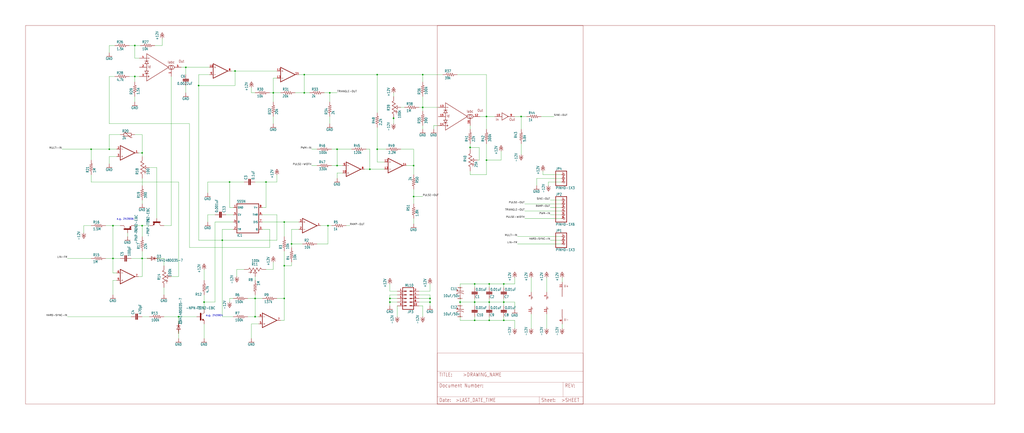
<source format=kicad_sch>
(kicad_sch (version 20211123) (generator eeschema)
  (paper "User" 713.74 302.311)
  (junction (at 124.46 220.98))
  (junction (at 351.155 223.52))
  (junction (at 330.835 198.12))
  (junction (at 142.24 210.82))
  (junction (at 299.72 210.82))
  (junction (at 294.64 74.93))
  (junction (at 99.06 180.34))
  (junction (at 198.12 154.94))
  (junction (at 160.02 127))
  (junction (at 257.81 118.11))
  (junction (at 339.09 81.28))
  (junction (at 212.09 52.07))
  (junction (at 271.78 210.82))
  (junction (at 76.2 104.14))
  (junction (at 185.42 127))
  (junction (at 99.06 106.68))
  (junction (at 340.995 210.82))
  (junction (at 299.72 208.28))
  (junction (at 271.78 208.28))
  (junction (at 198.12 185.42))
  (junction (at 274.32 82.55))
  (junction (at 262.89 52.07))
  (junction (at 262.89 104.14))
  (junction (at 198.12 208.28))
  (junction (at 288.29 137.16))
  (junction (at 228.6 157.48))
  (junction (at 320.675 210.82))
  (junction (at 78.74 157.48))
  (junction (at 351.155 198.12))
  (junction (at 288.29 115.57))
  (junction (at 327.66 102.87))
  (junction (at 203.2 170.18))
  (junction (at 78.74 180.34))
  (junction (at 190.5 64.77))
  (junction (at 93.98 53.34))
  (junction (at 234.95 104.14))
  (junction (at 330.835 210.82))
  (junction (at 129.54 46.99))
  (junction (at 234.95 115.57))
  (junction (at 177.8 208.28))
  (junction (at 351.155 210.82))
  (junction (at 177.8 220.98))
  (junction (at 63.5 104.14))
  (junction (at 294.64 52.07))
  (junction (at 340.995 198.12))
  (junction (at 229.87 64.77))
  (junction (at 154.94 167.64))
  (junction (at 340.995 223.52))
  (junction (at 99.06 157.48))
  (junction (at 93.98 31.75))
  (junction (at 363.22 81.28))
  (junction (at 163.83 49.53))
  (junction (at 138.43 59.69))
  (junction (at 212.09 64.77))
  (junction (at 330.835 223.52))
  (junction (at 339.09 111.76))
  (wire (pts (xy 220.98 115.57) (xy 217.17 115.57)))
  (wire (pts (xy 382.27 127) (xy 382.27 129.54)))
  (wire (pts (xy 294.64 57.15) (xy 294.64 52.07)))
  (wire (pts (xy 294.64 213.36) (xy 294.64 220.98)))
  (wire (pts (xy 229.87 86.36) (xy 229.87 81.28)))
  (wire (pts (xy 203.2 172.72) (xy 203.2 170.18)))
  (wire (pts (xy 177.8 205.74) (xy 177.8 208.28)))
  (wire (pts (xy 90.17 31.75) (xy 93.98 31.75)))
  (wire (pts (xy 83.82 180.34) (xy 78.74 180.34)))
  (wire (pts (xy 274.32 86.36) (xy 274.32 82.55)))
  (wire (pts (xy 149.86 154.94) (xy 162.56 154.94)))
  (wire (pts (xy 138.43 167.64) (xy 154.94 167.64)))
  (wire (pts (xy 378.46 121.92) (xy 378.46 119.38)))
  (wire (pts (xy 154.94 167.64) (xy 154.94 220.98)))
  (wire (pts (xy 76.2 104.14) (xy 81.28 104.14)))
  (wire (pts (xy 339.09 81.28) (xy 344.805 81.28)))
  (wire (pts (xy 104.14 116.84) (xy 109.22 116.84)))
  (wire (pts (xy 327.66 102.87) (xy 327.66 100.33)))
  (wire (pts (xy 299.72 205.74) (xy 292.1 205.74)))
  (wire (pts (xy 351.155 223.52) (xy 358.775 223.52)))
  (wire (pts (xy 172.72 220.98) (xy 177.8 220.98)))
  (wire (pts (xy 193.04 54.61) (xy 190.5 54.61)))
  (wire (pts (xy 63.5 127) (xy 124.46 127)))
  (wire (pts (xy 205.74 64.77) (xy 212.09 64.77)))
  (wire (pts (xy 320.675 210.82) (xy 330.835 210.82)))
  (wire (pts (xy 391.795 193.675) (xy 391.795 196.85)))
  (wire (pts (xy 351.155 210.82) (xy 351.155 208.28)))
  (wire (pts (xy 299.72 210.82) (xy 292.1 210.82)))
  (wire (pts (xy 63.5 104.14) (xy 76.2 104.14)))
  (wire (pts (xy 292.1 213.36) (xy 294.64 213.36)))
  (wire (pts (xy 99.06 157.48) (xy 99.06 165.1)))
  (wire (pts (xy 182.88 154.94) (xy 198.12 154.94)))
  (wire (pts (xy 144.78 154.94) (xy 144.78 149.86)))
  (wire (pts (xy 288.29 137.16) (xy 294.64 137.16)))
  (wire (pts (xy 190.5 187.96) (xy 190.5 182.88)))
  (wire (pts (xy 165.1 187.96) (xy 170.18 187.96)))
  (wire (pts (xy 391.16 165.1) (xy 360.68 165.1)))
  (wire (pts (xy 257.81 104.14) (xy 257.81 118.11)))
  (wire (pts (xy 78.74 180.34) (xy 78.74 157.48)))
  (wire (pts (xy 334.01 102.87) (xy 334.01 111.76)))
  (wire (pts (xy 162.56 160.02) (xy 154.94 160.02)))
  (wire (pts (xy 327.66 90.17) (xy 327.66 87.63)))
  (wire (pts (xy 267.97 118.11) (xy 257.81 118.11)))
  (wire (pts (xy 229.87 71.12) (xy 229.87 64.77)))
  (wire (pts (xy 193.04 49.53) (xy 163.83 49.53)))
  (wire (pts (xy 132.08 86.36) (xy 76.2 86.36)))
  (wire (pts (xy 351.155 200.66) (xy 351.155 198.12)))
  (wire (pts (xy 327.66 121.92) (xy 327.66 119.38)))
  (wire (pts (xy 104.14 157.48) (xy 99.06 157.48)))
  (wire (pts (xy 81.28 190.5) (xy 78.74 190.5)))
  (wire (pts (xy 276.86 210.82) (xy 271.78 210.82)))
  (wire (pts (xy 358.775 223.52) (xy 358.775 229.235)))
  (wire (pts (xy 138.43 59.69) (xy 163.83 59.69)))
  (wire (pts (xy 96.52 106.68) (xy 99.06 106.68)))
  (wire (pts (xy 370.205 193.675) (xy 370.205 203.835)))
  (wire (pts (xy 198.12 175.26) (xy 198.12 185.42)))
  (wire (pts (xy 73.66 157.48) (xy 78.74 157.48)))
  (wire (pts (xy 187.96 64.77) (xy 190.5 64.77)))
  (wire (pts (xy 149.86 210.82) (xy 149.86 154.94)))
  (wire (pts (xy 339.09 90.17) (xy 339.09 81.28)))
  (wire (pts (xy 182.88 149.86) (xy 193.04 149.86)))
  (wire (pts (xy 138.43 59.69) (xy 138.43 167.64)))
  (wire (pts (xy 262.89 88.9) (xy 262.89 104.14)))
  (wire (pts (xy 162.56 149.86) (xy 157.48 149.86)))
  (wire (pts (xy 381 193.675) (xy 381 203.835)))
  (wire (pts (xy 93.98 57.15) (xy 93.98 53.34)))
  (wire (pts (xy 93.98 40.64) (xy 93.98 31.75)))
  (wire (pts (xy 288.29 156.21) (xy 288.29 152.4)))
  (wire (pts (xy 185.42 127) (xy 185.42 144.78)))
  (wire (pts (xy 93.98 93.98) (xy 99.06 93.98)))
  (wire (pts (xy 63.5 157.48) (xy 58.42 157.48)))
  (wire (pts (xy 142.24 210.82) (xy 142.24 205.74)))
  (wire (pts (xy 351.155 210.82) (xy 358.775 210.82)))
  (wire (pts (xy 154.94 160.02) (xy 154.94 167.64)))
  (wire (pts (xy 288.29 104.14) (xy 288.29 115.57)))
  (wire (pts (xy 177.8 208.28) (xy 177.8 220.98)))
  (wire (pts (xy 238.76 120.65) (xy 234.95 120.65)))
  (wire (pts (xy 124.46 193.04) (xy 124.46 127)))
  (wire (pts (xy 193.04 127) (xy 193.04 121.92)))
  (wire (pts (xy 340.995 208.28) (xy 340.995 210.82)))
  (wire (pts (xy 330.835 198.12) (xy 340.995 198.12)))
  (wire (pts (xy 138.43 52.07) (xy 138.43 59.69)))
  (wire (pts (xy 203.2 185.42) (xy 198.12 185.42)))
  (wire (pts (xy 114.3 157.48) (xy 119.38 157.48)))
  (wire (pts (xy 81.28 109.22) (xy 76.2 109.22)))
  (wire (pts (xy 160.02 208.28) (xy 162.56 208.28)))
  (wire (pts (xy 288.29 115.57) (xy 288.29 121.92)))
  (wire (pts (xy 292.1 208.28) (xy 299.72 208.28)))
  (wire (pts (xy 190.5 71.12) (xy 190.5 64.77)))
  (wire (pts (xy 330.835 210.82) (xy 330.835 208.28)))
  (wire (pts (xy 160.02 210.82) (xy 160.02 208.28)))
  (wire (pts (xy 208.28 52.07) (xy 212.09 52.07)))
  (wire (pts (xy 271.78 198.12) (xy 271.78 203.2)))
  (wire (pts (xy 234.95 115.57) (xy 234.95 104.14)))
  (wire (pts (xy 144.78 149.86) (xy 149.86 149.86)))
  (wire (pts (xy 391.16 152.4) (xy 365.76 152.4)))
  (wire (pts (xy 93.98 71.12) (xy 93.98 67.31)))
  (wire (pts (xy 220.98 104.14) (xy 217.17 104.14)))
  (wire (pts (xy 271.78 203.2) (xy 276.86 203.2)))
  (wire (pts (xy 144.78 134.62) (xy 144.78 127)))
  (wire (pts (xy 288.29 132.08) (xy 288.29 137.16)))
  (wire (pts (xy 257.81 118.11) (xy 254 118.11)))
  (wire (pts (xy 144.78 127) (xy 160.02 127)))
  (wire (pts (xy 228.6 157.48) (xy 228.6 170.18)))
  (wire (pts (xy 99.06 220.98) (xy 104.14 220.98)))
  (wire (pts (xy 339.09 111.76) (xy 339.09 121.92)))
  (wire (pts (xy 58.42 157.48) (xy 58.42 162.56)))
  (wire (pts (xy 129.54 52.07) (xy 129.54 46.99)))
  (wire (pts (xy 391.795 229.235) (xy 391.795 226.06)))
  (wire (pts (xy 327.66 102.87) (xy 334.01 102.87)))
  (wire (pts (xy 340.995 198.12) (xy 351.155 198.12)))
  (wire (pts (xy 292.1 74.93) (xy 294.64 74.93)))
  (wire (pts (xy 162.56 144.78) (xy 160.02 144.78)))
  (wire (pts (xy 93.98 157.48) (xy 99.06 157.48)))
  (wire (pts (xy 90.17 53.34) (xy 93.98 53.34)))
  (wire (pts (xy 99.06 180.34) (xy 99.06 175.26)))
  (wire (pts (xy 391.16 167.64) (xy 383.54 167.64)))
  (wire (pts (xy 294.64 77.47) (xy 294.64 74.93)))
  (wire (pts (xy 203.2 170.18) (xy 210.82 170.18)))
  (wire (pts (xy 180.34 226.06) (xy 175.26 226.06)))
  (wire (pts (xy 163.83 49.53) (xy 161.29 49.53)))
  (wire (pts (xy 124.46 226.06) (xy 124.46 220.98)))
  (wire (pts (xy 234.95 115.57) (xy 231.14 115.57)))
  (wire (pts (xy 320.675 200.66) (xy 320.675 198.12)))
  (wire (pts (xy 109.22 116.84) (xy 109.22 152.4)))
  (wire (pts (xy 340.995 210.82) (xy 340.995 213.36)))
  (wire (pts (xy 234.95 104.14) (xy 231.14 104.14)))
  (wire (pts (xy 129.54 46.99) (xy 146.05 46.99)))
  (wire (pts (xy 193.04 208.28) (xy 198.12 208.28)))
  (wire (pts (xy 262.89 104.14) (xy 262.89 113.03)))
  (wire (pts (xy 119.38 157.48) (xy 119.38 53.34)))
  (wire (pts (xy 318.77 52.07) (xy 339.09 52.07)))
  (wire (pts (xy 76.2 104.14) (xy 76.2 93.98)))
  (wire (pts (xy 146.05 52.07) (xy 138.43 52.07)))
  (wire (pts (xy 212.09 52.07) (xy 262.89 52.07)))
  (wire (pts (xy 46.99 220.98) (xy 91.44 220.98)))
  (wire (pts (xy 271.78 208.28) (xy 271.78 210.82)))
  (wire (pts (xy 262.89 52.07) (xy 262.89 78.74)))
  (wire (pts (xy 274.32 82.55) (xy 274.32 81.28)))
  (wire (pts (xy 274.32 67.31) (xy 274.32 64.77)))
  (wire (pts (xy 114.3 220.98) (xy 124.46 220.98)))
  (wire (pts (xy 340.995 223.52) (xy 351.155 223.52)))
  (wire (pts (xy 78.74 190.5) (xy 78.74 180.34)))
  (wire (pts (xy 302.26 90.17) (xy 302.26 87.63)))
  (wire (pts (xy 320.675 220.98) (xy 320.675 223.52)))
  (wire (pts (xy 228.6 170.18) (xy 220.98 170.18)))
  (wire (pts (xy 269.24 104.14) (xy 262.89 104.14)))
  (wire (pts (xy 88.9 165.1) (xy 88.9 162.56)))
  (wire (pts (xy 78.74 195.58) (xy 81.28 195.58)))
  (wire (pts (xy 203.2 160.02) (xy 203.2 170.18)))
  (wire (pts (xy 223.52 157.48) (xy 228.6 157.48)))
  (wire (pts (xy 320.675 210.82) (xy 320.675 213.36)))
  (wire (pts (xy 198.12 208.28) (xy 198.12 223.52)))
  (wire (pts (xy 91.44 180.34) (xy 99.06 180.34)))
  (wire (pts (xy 114.3 180.34) (xy 114.3 185.42)))
  (wire (pts (xy 177.8 195.58) (xy 177.8 193.04)))
  (wire (pts (xy 198.12 154.94) (xy 208.28 154.94)))
  (wire (pts (xy 187.96 160.02) (xy 187.96 172.72)))
  (wire (pts (xy 187.96 172.72) (xy 132.08 172.72)))
  (wire (pts (xy 198.12 154.94) (xy 198.12 165.1)))
  (wire (pts (xy 190.5 86.36) (xy 190.5 81.28)))
  (wire (pts (xy 276.86 208.28) (xy 271.78 208.28)))
  (wire (pts (xy 63.5 111.76) (xy 63.5 104.14)))
  (wire (pts (xy 330.835 223.52) (xy 340.995 223.52)))
  (wire (pts (xy 99.06 193.04) (xy 99.06 180.34)))
  (wire (pts (xy 238.76 115.57) (xy 234.95 115.57)))
  (wire (pts (xy 160.02 127) (xy 170.18 127)))
  (wire (pts (xy 142.24 210.82) (xy 149.86 210.82)))
  (wire (pts (xy 262.89 52.07) (xy 294.64 52.07)))
  (wire (pts (xy 99.06 106.68) (xy 99.06 109.22)))
  (wire (pts (xy 334.645 81.28) (xy 339.09 81.28)))
  (wire (pts (xy 262.89 113.03) (xy 267.97 113.03)))
  (wire (pts (xy 320.675 223.52) (xy 330.835 223.52)))
  (wire (pts (xy 320.675 208.28) (xy 320.675 210.82)))
  (wire (pts (xy 99.06 93.98) (xy 99.06 106.68)))
  (wire (pts (xy 78.74 157.48) (xy 83.82 157.48)))
  (wire (pts (xy 391.16 170.18) (xy 360.68 170.18)))
  (wire (pts (xy 142.24 236.22) (xy 142.24 226.06)))
  (wire (pts (xy 381 229.235) (xy 381 219.075)))
  (wire (pts (xy 229.87 64.77) (xy 234.95 64.77)))
  (wire (pts (xy 391.16 149.86) (xy 383.54 149.86)))
  (wire (pts (xy 142.24 215.9) (xy 142.24 210.82)))
  (wire (pts (xy 175.26 64.77) (xy 177.8 64.77)))
  (wire (pts (xy 114.3 205.74) (xy 114.3 200.66)))
  (wire (pts (xy 363.22 81.28) (xy 367.03 81.28)))
  (wire (pts (xy 185.42 127) (xy 193.04 127)))
  (wire (pts (xy 177.8 127) (xy 185.42 127)))
  (wire (pts (xy 391.16 127) (xy 382.27 127)))
  (wire (pts (xy 391.16 144.78) (xy 383.54 144.78)))
  (wire (pts (xy 124.46 220.98) (xy 137.16 220.98)))
  (wire (pts (xy 76.2 53.34) (xy 80.01 53.34)))
  (wire (pts (xy 288.29 142.24) (xy 288.29 137.16)))
  (wire (pts (xy 302.26 87.63) (xy 305.435 87.63)))
  (wire (pts (xy 377.19 81.28) (xy 386.08 81.28)))
  (wire (pts (xy 294.64 52.07) (xy 308.61 52.07)))
  (wire (pts (xy 63.5 104.14) (xy 43.18 104.14)))
  (wire (pts (xy 208.28 160.02) (xy 203.2 160.02)))
  (wire (pts (xy 351.155 198.12) (xy 358.775 198.12)))
  (wire (pts (xy 93.98 31.75) (xy 97.79 31.75)))
  (wire (pts (xy 190.5 64.77) (xy 195.58 64.77)))
  (wire (pts (xy 195.58 223.52) (xy 198.12 223.52)))
  (wire (pts (xy 163.83 59.69) (xy 163.83 49.53)))
  (wire (pts (xy 190.5 54.61) (xy 190.5 64.77)))
  (wire (pts (xy 276.86 220.98) (xy 276.86 213.36)))
  (wire (pts (xy 182.88 160.02) (xy 187.96 160.02)))
  (wire (pts (xy 185.42 144.78) (xy 182.88 144.78)))
  (wire (pts (xy 358.775 198.12) (xy 358.775 193.675)))
  (wire (pts (xy 283.21 115.57) (xy 288.29 115.57)))
  (wire (pts (xy 175.26 236.22) (xy 175.26 226.06)))
  (wire (pts (xy 339.09 52.07) (xy 339.09 81.28)))
  (wire (pts (xy 96.52 193.04) (xy 99.06 193.04)))
  (wire (pts (xy 363.22 107.95) (xy 363.22 100.33)))
  (wire (pts (xy 177.8 220.98) (xy 180.34 220.98)))
  (wire (pts (xy 276.86 205.74) (xy 271.78 205.74)))
  (wire (pts (xy 294.64 90.17) (xy 294.64 87.63)))
  (wire (pts (xy 391.16 121.92) (xy 378.46 121.92)))
  (wire (pts (xy 349.25 105.41) (xy 349.25 111.76)))
  (wire (pts (xy 165.1 193.04) (xy 165.1 187.96)))
  (wire (pts (xy 374.015 124.46) (xy 374.015 129.54)))
  (wire (pts (xy 212.09 64.77) (xy 215.9 64.77)))
  (wire (pts (xy 271.78 210.82) (xy 271.78 213.36)))
  (wire (pts (xy 93.98 53.34) (xy 97.155 53.34)))
  (wire (pts (xy 193.04 167.64) (xy 154.94 167.64)))
  (wire (pts (xy 330.835 200.66) (xy 330.835 198.12)))
  (wire (pts (xy 76.2 86.36) (xy 76.2 53.34)))
  (wire (pts (xy 212.09 64.77) (xy 212.09 52.07)))
  (wire (pts (xy 234.95 104.14) (xy 245.11 104.14)))
  (wire (pts (xy 299.72 208.28) (xy 299.72 210.82)))
  (wire (pts (xy 299.72 213.36) (xy 299.72 210.82)))
  (wire (pts (xy 391.16 124.46) (xy 374.015 124.46)))
  (wire (pts (xy 99.06 129.54) (xy 99.06 124.46)))
  (wire (pts (xy 391.16 142.24) (xy 365.76 142.24)))
  (wire (pts (xy 391.16 147.32) (xy 365.76 147.32)))
  (wire (pts (xy 351.155 213.36) (xy 351.155 210.82)))
  (wire (pts (xy 271.78 205.74) (xy 271.78 208.28)))
  (wire (pts (xy 370.205 229.235) (xy 370.205 219.075)))
  (wire (pts (xy 358.775 81.28) (xy 363.22 81.28)))
  (wire (pts (xy 391.16 139.7) (xy 383.54 139.7)))
  (wire (pts (xy 349.25 111.76) (xy 339.09 111.76)))
  (wire (pts (xy 107.95 31.75) (xy 113.03 31.75)))
  (wire (pts (xy 340.995 220.98) (xy 340.995 223.52)))
  (wire (pts (xy 299.72 203.2) (xy 299.72 198.12)))
  (wire (pts (xy 97.155 40.64) (xy 93.98 40.64)))
  (wire (pts (xy 76.2 31.75) (xy 80.01 31.75)))
  (wire (pts (xy 358.775 210.82) (xy 358.775 215.9)))
  (wire (pts (xy 363.22 90.17) (xy 363.22 81.28)))
  (wire (pts (xy 76.2 109.22) (xy 76.2 114.3)))
  (wire (pts (xy 294.64 67.31) (xy 294.64 74.93)))
  (wire (pts (xy 334.01 111.76) (xy 332.74 111.76)))
  (wire (pts (xy 340.995 200.66) (xy 340.995 198.12)))
  (wire (pts (xy 109.22 180.34) (xy 114.3 180.34)))
  (wire (pts (xy 351.155 223.52) (xy 351.155 220.98)))
  (wire (pts (xy 142.24 195.58) (xy 142.24 187.96)))
  (wire (pts (xy 99.06 142.24) (xy 99.06 139.7)))
  (wire (pts (xy 132.08 172.72) (xy 132.08 86.36)))
  (wire (pts (xy 339.09 121.92) (xy 327.66 121.92)))
  (wire (pts (xy 339.09 111.76) (xy 339.09 100.33)))
  (wire (pts (xy 113.03 31.75) (xy 113.03 26.67)))
  (wire (pts (xy 320.675 198.12) (xy 330.835 198.12)))
  (wire (pts (xy 185.42 187.96) (xy 190.5 187.96)))
  (wire (pts (xy 124.46 236.22) (xy 124.46 231.14)))
  (wire (pts (xy 119.38 193.04) (xy 124.46 193.04)))
  (wire (pts (xy 299.72 208.28) (xy 299.72 205.74)))
  (wire (pts (xy 193.04 149.86) (xy 193.04 167.64)))
  (wire (pts (xy 175.26 60.96) (xy 175.26 64.77)))
  (wire (pts (xy 279.4 104.14) (xy 288.29 104.14)))
  (wire (pts (xy 292.1 203.2) (xy 299.72 203.2)))
  (wire (pts (xy 78.74 205.74) (xy 78.74 195.58)))
  (wire (pts (xy 330.835 210.82) (xy 340.995 210.82)))
  (wire (pts (xy 160.02 144.78) (xy 160.02 127)))
  (wire (pts (xy 73.66 180.34) (xy 78.74 180.34)))
  (wire (pts (xy 255.27 104.14) (xy 257.81 104.14)))
  (wire (pts (xy 129.54 64.77) (xy 129.54 59.69)))
  (wire (pts (xy 203.2 182.88) (xy 203.2 185.42)))
  (wire (pts (xy 182.88 208.28) (xy 177.8 208.28)))
  (wire (pts (xy 198.12 185.42) (xy 198.12 208.28)))
  (wire (pts (xy 241.3 157.48) (xy 243.84 157.48)))
  (wire (pts (xy 330.835 220.98) (xy 330.835 223.52)))
  (wire (pts (xy 76.2 93.98) (xy 83.82 93.98)))
  (wire (pts (xy 231.14 157.48) (xy 228.6 157.48)))
  (wire (pts (xy 279.4 74.93) (xy 281.94 74.93)))
  (wire (pts (xy 63.5 121.92) (xy 63.5 127)))
  (wire (pts (xy 104.14 180.34) (xy 99.06 180.34)))
  (wire (pts (xy 330.835 213.36) (xy 330.835 210.82)))
  (wire (pts (xy 340.995 210.82) (xy 351.155 210.82)))
  (wire (pts (xy 234.95 120.65) (xy 234.95 124.46)))
  (wire (pts (xy 63.5 180.34) (xy 46.99 180.34)))
  (wire (pts (xy 154.94 220.98) (xy 162.56 220.98)))
  (wire (pts (xy 76.2 36.83) (xy 76.2 31.75)))
  (wire (pts (xy 294.64 74.93) (xy 305.435 74.93)))
  (wire (pts (xy 226.06 64.77) (xy 229.87 64.77)))
  (wire (pts (xy 126.365 46.99) (xy 129.54 46.99)))
  (wire (pts (xy 327.66 104.14) (xy 327.66 102.87)))
  (wire (pts (xy 177.8 208.28) (xy 172.72 208.28)))
  (text "e.g. 2N3904" (at 143.51 220.98 0) (effects (font (size 1.27 1.27)) (justify left bottom)))
  (text "e.g. 2N3906" (at 81.28 153.67 0) (effects (font (size 1.27 1.27)) (justify left bottom)))
  (label "PULSE-WIDTH" (at 217.17 115.57 180) (effects (font (size 1.2446 1.2446))))
  (label "PULSE-WIDTH" (at 365.76 152.4 180) (effects (font (size 1.2446 1.2446))))
  (label "LIN-FM" (at 46.99 180.34 180) (effects (font (size 1.2446 1.2446))))
  (label "SINE-OUT" (at 386.08 81.28 0) (effects (font (size 1.2446 1.2446))))
  (label "LIN-FM" (at 360.68 170.18 180) (effects (font (size 1.2446 1.2446))))
  (label "MULTI-IN" (at 43.18 104.14 180) (effects (font (size 1.2446 1.2446))))
  (label "TRIANGLE-OUT" (at 234.95 64.77 0) (effects (font (size 1.2446 1.2446))))
  (label "SINE-OUT" (at 383.54 139.7 180) (effects (font (size 1.2446 1.2446))))
  (label "HARD-SYNC-IN" (at 383.54 167.64 180) (effects (font (size 1.2446 1.2446))))
  (label "PULSE-OUT" (at 365.76 142.24 180) (effects (font (size 1.2446 1.2446))))
  (label "MULTI-IN" (at 360.68 165.1 180) (effects (font (size 1.2446 1.2446))))
  (label "PWM-IN" (at 217.17 104.14 180) (effects (font (size 1.2446 1.2446))))
  (label "RAMP-OUT" (at 243.84 157.48 0) (effects (font (size 1.2446 1.2446))))
  (label "PWM-IN" (at 383.54 149.86 180) (effects (font (size 1.2446 1.2446))))
  (label "RAMP-OUT" (at 383.54 144.78 180) (effects (font (size 1.2446 1.2446))))
  (label "PULSE-OUT" (at 294.64 137.16 0) (effects (font (size 1.2446 1.2446))))
  (label "TRIANGLE-OUT" (at 365.76 147.32 180) (effects (font (size 1.2446 1.2446))))
  (label "HARD-SYNC-IN" (at 46.99 220.98 180) (effects (font (size 1.2446 1.2446))))
  (symbol (lib_id "mainboard-eagle-import:C-EU050-024X044") (at 152.4 149.86 90) (unit 1)
    (property "Reference" "C13" (at 157.099 148.336 0) (effects (font (size 1.778 1.5113)) (justify left bottom)))
    (property "Value" "0.001uF" (at 152.019 148.336 0) (effects (font (size 1.778 1.5113)) (justify left bottom)))
    (property "Footprint" "mainboard:C050-024X044" (effects hide))
    (property "mpn" "CC1H102MA1EDB44B1100" (effects hide))
  )
  (symbol (lib_id "mainboard-eagle-import:-12V") (at 381 231.775 0) (unit 1)
    (property "Reference" "#P-02" (effects hide))
    (property "Value" "-12V" (at 378.46 234.315 90) (effects (font (size 1.778 1.5113)) (justify left bottom)))
    (property "Footprint" "mainboard:" (effects hide))
  )
  (symbol (lib_id "mainboard-eagle-import:+12V") (at 349.25 102.87 0) (unit 1)
    (property "Reference" "#P+08" (effects hide))
    (property "Value" "+12V" (at 346.71 107.95 90) (effects (font (size 1.778 1.5113)) (justify left bottom)))
    (property "Footprint" "mainboard:" (effects hide))
  )
  (symbol (lib_id "mainboard-eagle-import:LM13700N") (at 398.78 219.71 0) (unit 5)
    (property "Reference" "IC2" (effects hide))
    (property "Value" "LM13700N" (effects hide))
    (property "Footprint" "Package_SO:SOIC-16_3.9x9.9mm_P1.27mm" (effects hide))
    (property "mpn" "LM13700M" (effects hide))
  )
  (symbol (lib_id "mainboard-eagle-import:-12V") (at 274.32 88.9 0) (unit 1)
    (property "Reference" "#P-06" (effects hide))
    (property "Value" "-12V" (at 271.78 91.44 90) (effects (font (size 1.778 1.5113)) (justify left bottom)))
    (property "Footprint" "mainboard:" (effects hide))
  )
  (symbol (lib_id "mainboard-eagle-import:R-US_0204{slash}7") (at 288.29 127 270) (unit 1)
    (property "Reference" "R50" (at 289.7886 123.19 0) (effects (font (size 1.778 1.5113)) (justify left bottom)))
    (property "Value" "2k" (at 284.988 123.19 0) (effects (font (size 1.778 1.5113)) (justify left bottom)))
    (property "Footprint" "mainboard:0204_7" (effects hide))
  )
  (symbol (lib_id "mainboard-eagle-import:GND") (at 190.5 88.9 0) (unit 1)
    (property "Reference" "#GND014" (effects hide))
    (property "Value" "GND" (at 187.96 91.44 0) (effects (font (size 1.778 1.5113)) (justify left bottom)))
    (property "Footprint" "mainboard:" (effects hide))
  )
  (symbol (lib_id "mainboard-eagle-import:R-US_0204{slash}7") (at 167.64 220.98 0) (unit 1)
    (property "Reference" "R7" (at 163.83 219.4814 0) (effects (font (size 1.778 1.5113)) (justify left bottom)))
    (property "Value" "100k" (at 163.83 224.282 0) (effects (font (size 1.778 1.5113)) (justify left bottom)))
    (property "Footprint" "mainboard:0204_7" (effects hide))
  )
  (symbol (lib_id "mainboard-eagle-import:TL074P") (at 187.96 223.52 0) (mirror x) (unit 2)
    (property "Reference" "IC4" (effects hide))
    (property "Value" "TL074P" (effects hide))
    (property "Footprint" "Package_SO:SO-14_3.9x8.65mm_P1.27mm" (effects hide))
  )
  (symbol (lib_id "mainboard-eagle-import:-12V") (at 370.205 231.775 0) (unit 1)
    (property "Reference" "#P-01" (effects hide))
    (property "Value" "-12V" (at 367.665 234.315 90) (effects (font (size 1.778 1.5113)) (justify left bottom)))
    (property "Footprint" "mainboard:" (effects hide))
  )
  (symbol (lib_id "mainboard-eagle-import:+12V") (at 370.205 191.135 0) (unit 1)
    (property "Reference" "#P+01" (effects hide))
    (property "Value" "+12V" (at 367.665 196.215 90) (effects (font (size 1.778 1.5113)) (justify left bottom)))
    (property "Footprint" "mainboard:" (effects hide))
  )
  (symbol (lib_id "mainboard-eagle-import:R-US_0204{slash}7") (at 198.12 170.18 90) (unit 1)
    (property "Reference" "R3" (at 196.6214 173.99 0) (effects (font (size 1.778 1.5113)) (justify left bottom)))
    (property "Value" "10k" (at 201.422 173.99 0) (effects (font (size 1.778 1.5113)) (justify left bottom)))
    (property "Footprint" "mainboard:0204_7" (effects hide))
  )
  (symbol (lib_id "mainboard-eagle-import:R-US_0204{slash}7") (at 294.64 62.23 90) (unit 1)
    (property "Reference" "R36" (at 293.1414 66.04 0) (effects (font (size 1.778 1.5113)) (justify left bottom)))
    (property "Value" "100k" (at 297.942 66.04 0) (effects (font (size 1.778 1.5113)) (justify left bottom)))
    (property "Footprint" "mainboard:0204_7" (effects hide))
  )
  (symbol (lib_id "mainboard-eagle-import:GND") (at 288.29 158.75 0) (unit 1)
    (property "Reference" "#GND019" (effects hide))
    (property "Value" "GND" (at 285.75 161.29 0) (effects (font (size 1.778 1.5113)) (justify left bottom)))
    (property "Footprint" "mainboard:" (effects hide))
  )
  (symbol (lib_id "mainboard-eagle-import:R-US_0204{slash}7") (at 63.5 116.84 90) (unit 1)
    (property "Reference" "R21" (at 62.0014 120.65 0) (effects (font (size 1.778 1.5113)) (justify left bottom)))
    (property "Value" "1M" (at 66.802 120.65 0) (effects (font (size 1.778 1.5113)) (justify left bottom)))
    (property "Footprint" "mainboard:0204_7" (effects hide))
  )
  (symbol (lib_id "mainboard-eagle-import:R-US_0204{slash}7") (at 190.5 76.2 90) (unit 1)
    (property "Reference" "R32" (at 189.0014 80.01 0) (effects (font (size 1.778 1.5113)) (justify left bottom)))
    (property "Value" "20k" (at 193.802 80.01 0) (effects (font (size 1.778 1.5113)) (justify left bottom)))
    (property "Footprint" "mainboard:0204_7" (effects hide))
  )
  (symbol (lib_id "mainboard-eagle-import:GND") (at 76.2 39.37 0) (unit 1)
    (property "Reference" "#GND011" (effects hide))
    (property "Value" "GND" (at 73.66 41.91 0) (effects (font (size 1.778 1.5113)) (justify left bottom)))
    (property "Footprint" "mainboard:" (effects hide))
  )
  (symbol (lib_id "mainboard-eagle-import:555N") (at 172.72 152.4 0) (mirror x) (unit 1)
    (property "Reference" "IC1" (at 165.1 163.322 0) (effects (font (size 1.778 1.5113)) (justify left bottom)))
    (property "Value" "555N" (at 165.1 139.573 0) (effects (font (size 1.778 1.5113)) (justify left bottom)))
    (property "Footprint" "mainboard:DIL08" (effects hide))
    (property "mpn" "NE555N" (effects hide))
  )
  (symbol (lib_id "mainboard-eagle-import:-12V") (at 358.775 231.775 0) (unit 1)
    (property "Reference" "#P-09" (effects hide))
    (property "Value" "-12V" (at 356.235 234.315 90) (effects (font (size 1.778 1.5113)) (justify left bottom)))
    (property "Footprint" "mainboard:" (effects hide))
  )
  (symbol (lib_id "mainboard-eagle-import:R-US_0204{slash}7") (at 226.06 104.14 0) (unit 1)
    (property "Reference" "R46" (at 222.25 102.6414 0) (effects (font (size 1.778 1.5113)) (justify left bottom)))
    (property "Value" "100k" (at 222.25 107.442 0) (effects (font (size 1.778 1.5113)) (justify left bottom)))
    (property "Footprint" "mainboard:0204_7" (effects hide))
  )
  (symbol (lib_id "mainboard-eagle-import:R-US_0204{slash}7") (at 236.22 157.48 0) (unit 1)
    (property "Reference" "R5" (at 232.41 155.9814 0) (effects (font (size 1.778 1.5113)) (justify left bottom)))
    (property "Value" "1k" (at 232.41 160.782 0) (effects (font (size 1.778 1.5113)) (justify left bottom)))
    (property "Footprint" "mainboard:0204_7" (effects hide))
  )
  (symbol (lib_id "mainboard-eagle-import:C-EU050-024X044") (at 93.98 220.98 90) (unit 1)
    (property "Reference" "C4" (at 93.599 219.456 0) (effects (font (size 1.778 1.5113)) (justify left bottom)))
    (property "Value" "470pF" (at 98.679 219.456 0) (effects (font (size 1.778 1.5113)) (justify left bottom)))
    (property "Footprint" "mainboard:C050-024X044" (effects hide))
    (property "mpn" "H471K050BN48230L502" (effects hide))
  )
  (symbol (lib_id "mainboard-eagle-import:TL074P") (at 215.9 157.48 0) (unit 1)
    (property "Reference" "IC4" (effects hide))
    (property "Value" "TL074P" (effects hide))
    (property "Footprint" "Package_SO:SO-14_3.9x8.65mm_P1.27mm" (effects hide))
  )
  (symbol (lib_id "mainboard-eagle-import:TRIM_US-RJ9W") (at 274.32 74.93 0) (unit 1)
    (property "Reference" "R39" (at 271.78 77.47 90) (effects (font (size 1.778 1.5113)) (justify left bottom)))
    (property "Value" "100k" (at 279.4 82.55 90) (effects (font (size 1.778 1.5113)) (justify left bottom)))
    (property "Footprint" "mainboard:RJ9W" (effects hide))
  )
  (symbol (lib_id "mainboard-eagle-import:-12V") (at 160.02 213.36 0) (unit 1)
    (property "Reference" "#P-03" (effects hide))
    (property "Value" "-12V" (at 157.48 215.9 90) (effects (font (size 1.778 1.5113)) (justify left bottom)))
    (property "Footprint" "mainboard:" (effects hide))
  )
  (symbol (lib_id "mainboard-eagle-import:R-US_0204{slash}7") (at 68.58 157.48 0) (unit 1)
    (property "Reference" "R16" (at 64.77 155.9814 0) (effects (font (size 1.778 1.5113)) (justify left bottom)))
    (property "Value" "1.5M" (at 64.77 160.782 0) (effects (font (size 1.778 1.5113)) (justify left bottom)))
    (property "Footprint" "mainboard:0204_7" (effects hide))
  )
  (symbol (lib_id "mainboard-eagle-import:R-US_0204{slash}7") (at 287.02 74.93 0) (unit 1)
    (property "Reference" "R38" (at 283.21 73.4314 0) (effects (font (size 1.778 1.5113)) (justify left bottom)))
    (property "Value" "1M" (at 283.21 78.232 0) (effects (font (size 1.778 1.5113)) (justify left bottom)))
    (property "Footprint" "mainboard:0204_7" (effects hide))
  )
  (symbol (lib_id "mainboard-eagle-import:TL074P") (at 275.59 115.57 0) (unit 4)
    (property "Reference" "IC3" (effects hide))
    (property "Value" "TL074P" (effects hide))
    (property "Footprint" "Package_SO:SO-14_3.9x8.65mm_P1.27mm" (effects hide))
    (property "mpn" "TL074CDR" (effects hide))
  )
  (symbol (lib_id "mainboard-eagle-import:R-US_0204{slash}7") (at 85.09 31.75 0) (unit 1)
    (property "Reference" "R26" (at 81.28 30.2514 0) (effects (font (size 1.778 1.5113)) (justify left bottom)))
    (property "Value" "1.5k" (at 81.28 35.052 0) (effects (font (size 1.778 1.5113)) (justify left bottom)))
    (property "Footprint" "mainboard:0204_7" (effects hide))
  )
  (symbol (lib_id "mainboard-eagle-import:R-US_0204{slash}7") (at 229.87 76.2 90) (unit 1)
    (property "Reference" "R34" (at 228.3714 80.01 0) (effects (font (size 1.778 1.5113)) (justify left bottom)))
    (property "Value" "2k" (at 233.172 80.01 0) (effects (font (size 1.778 1.5113)) (justify left bottom)))
    (property "Footprint" "mainboard:0204_7" (effects hide))
  )
  (symbol (lib_id "mainboard-eagle-import:GND") (at 129.54 67.31 0) (unit 1)
    (property "Reference" "#GND013" (effects hide))
    (property "Value" "GND" (at 127 69.85 0) (effects (font (size 1.778 1.5113)) (justify left bottom)))
    (property "Footprint" "mainboard:" (effects hide))
  )
  (symbol (lib_id "mainboard-eagle-import:R-US_0204{slash}7") (at 102.87 31.75 0) (unit 1)
    (property "Reference" "R27" (at 99.06 30.2514 0) (effects (font (size 1.778 1.5113)) (justify left bottom)))
    (property "Value" "10k" (at 99.06 35.052 0) (effects (font (size 1.778 1.5113)) (justify left bottom)))
    (property "Footprint" "mainboard:0204_7" (effects hide))
  )
  (symbol (lib_id "mainboard-eagle-import:LM13700N") (at 314.96 81.28 0) (unit 2)
    (property "Reference" "IC2" (effects hide))
    (property "Value" "LM13700N" (effects hide))
    (property "Footprint" "Package_SO:SOIC-16_3.9x9.9mm_P1.27mm" (effects hide))
    (property "mpn" "LM13700M" (effects hide))
  )
  (symbol (lib_id "mainboard-eagle-import:GND") (at 114.3 208.28 0) (unit 1)
    (property "Reference" "#GND07" (effects hide))
    (property "Value" "GND" (at 111.76 210.82 0) (effects (font (size 1.778 1.5113)) (justify left bottom)))
    (property "Footprint" "mainboard:" (effects hide))
  )
  (symbol (lib_id "mainboard-eagle-import:GND") (at 88.9 167.64 0) (unit 1)
    (property "Reference" "#GND08" (effects hide))
    (property "Value" "GND" (at 86.36 170.18 0) (effects (font (size 1.778 1.5113)) (justify left bottom)))
    (property "Footprint" "mainboard:" (effects hide))
  )
  (symbol (lib_id "mainboard-eagle-import:R-US_0204{slash}7") (at 200.66 64.77 0) (unit 1)
    (property "Reference" "R31" (at 196.85 63.2714 0) (effects (font (size 1.778 1.5113)) (justify left bottom)))
    (property "Value" "20k" (at 196.85 68.072 0) (effects (font (size 1.778 1.5113)) (justify left bottom)))
    (property "Footprint" "mainboard:0204_7" (effects hide))
  )
  (symbol (lib_id "mainboard-eagle-import:PINHD-1X3") (at 393.7 124.46 0) (unit 1)
    (property "Reference" "JP4" (at 387.35 118.745 0) (effects (font (size 1.778 1.5113)) (justify left bottom)))
    (property "Value" "PINHD-1X3" (at 387.35 132.08 0) (effects (font (size 1.778 1.5113)) (justify left bottom)))
    (property "Footprint" "mainboard:1X03" (effects hide))
  )
  (symbol (lib_id "mainboard-eagle-import:C-EU050-024X044") (at 330.835 205.74 180) (unit 1)
    (property "Reference" "C1" (at 334.391 206.121 0) (effects (font (size 1.778 1.5113)) (justify left bottom)))
    (property "Value" "0.01uF" (at 339.471 201.041 0) (effects (font (size 1.778 1.5113)) (justify left bottom)))
    (property "Footprint" "mainboard:C050-024X044" (effects hide))
    (property "mpn" "CC1H103ZA1FD3F4D1001" (effects hide))
  )
  (symbol (lib_id "mainboard-eagle-import:-PNP-TO92-EBC") (at 109.22 154.94 90) (mirror x) (unit 1)
    (property "Reference" "T5" (at 104.14 152.4 0) (effects (font (size 1.778 1.5113)) (justify left bottom)))
    (property "Value" "-PNP-TO92-EBC" (at 104.14 144.78 0) (effects (font (size 1.778 1.5113)) (justify left bottom)))
    (property "Footprint" "mainboard:TO92-EBC" (effects hide))
  )
  (symbol (lib_id "mainboard-eagle-import:GND") (at 234.95 127 0) (unit 1)
    (property "Reference" "#GND018" (effects hide))
    (property "Value" "GND" (at 232.41 129.54 0) (effects (font (size 1.778 1.5113)) (justify left bottom)))
    (property "Footprint" "mainboard:" (effects hide))
  )
  (symbol (lib_id "mainboard-eagle-import:GND") (at 294.64 92.71 0) (unit 1)
    (property "Reference" "#GND016" (effects hide))
    (property "Value" "GND" (at 292.1 95.25 0) (effects (font (size 1.778 1.5113)) (justify left bottom)))
    (property "Footprint" "mainboard:" (effects hide))
  )
  (symbol (lib_id "mainboard-eagle-import:TRIM_US-RJ9W") (at 114.3 193.04 0) (unit 1)
    (property "Reference" "R14" (at 111.76 195.58 90) (effects (font (size 1.778 1.5113)) (justify left bottom)))
    (property "Value" "100k" (at 119.38 193.04 90) (effects (font (size 1.778 1.5113)) (justify left bottom)))
    (property "Footprint" "mainboard:RJ9W" (effects hide))
  )
  (symbol (lib_id "mainboard-eagle-import:R-US_0204{slash}7") (at 220.98 64.77 0) (unit 1)
    (property "Reference" "R33" (at 217.17 63.2714 0) (effects (font (size 1.778 1.5113)) (justify left bottom)))
    (property "Value" "2k" (at 217.17 68.072 0) (effects (font (size 1.778 1.5113)) (justify left bottom)))
    (property "Footprint" "mainboard:0204_7" (effects hide))
  )
  (symbol (lib_id "mainboard-eagle-import:GND") (at 229.87 88.9 0) (unit 1)
    (property "Reference" "#GND015" (effects hide))
    (property "Value" "GND" (at 227.33 91.44 0) (effects (font (size 1.778 1.5113)) (justify left bottom)))
    (property "Footprint" "mainboard:" (effects hide))
  )
  (symbol (lib_id "mainboard-eagle-import:-12V") (at 58.42 165.1 0) (unit 1)
    (property "Reference" "#P-05" (effects hide))
    (property "Value" "-12V" (at 55.88 167.64 90) (effects (font (size 1.778 1.5113)) (justify left bottom)))
    (property "Footprint" "mainboard:" (effects hide))
  )
  (symbol (lib_id "mainboard-eagle-import:GND") (at 99.06 144.78 0) (unit 1)
    (property "Reference" "#GND09" (effects hide))
    (property "Value" "GND" (at 96.52 147.32 0) (effects (font (size 1.778 1.5113)) (justify left bottom)))
    (property "Footprint" "mainboard:" (effects hide))
  )
  (symbol (lib_id "mainboard-eagle-import:GND") (at 78.74 208.28 0) (unit 1)
    (property "Reference" "#GND06" (effects hide))
    (property "Value" "GND" (at 76.2 210.82 0) (effects (font (size 1.778 1.5113)) (justify left bottom)))
    (property "Footprint" "mainboard:" (effects hide))
  )
  (symbol (lib_id "mainboard-eagle-import:R-US_0204{slash}7") (at 203.2 177.8 90) (unit 1)
    (property "Reference" "R4" (at 201.7014 181.61 0) (effects (font (size 1.778 1.5113)) (justify left bottom)))
    (property "Value" "10k" (at 206.502 181.61 0) (effects (font (size 1.778 1.5113)) (justify left bottom)))
    (property "Footprint" "mainboard:0204_7" (effects hide))
  )
  (symbol (lib_id "mainboard-eagle-import:TRIM_US-RJ9W") (at 99.06 116.84 0) (unit 1)
    (property "Reference" "R18" (at 96.52 121.92 90) (effects (font (size 1.778 1.5113)) (justify left bottom)))
    (property "Value" "100" (at 104.14 121.92 90) (effects (font (size 1.778 1.5113)) (justify left bottom)))
    (property "Footprint" "mainboard:RJ9W" (effects hide))
    (property "mpn" "3296W-1-101" (effects hide))
  )
  (symbol (lib_id "mainboard-eagle-import:GND") (at 93.98 73.66 0) (unit 1)
    (property "Reference" "#GND012" (effects hide))
    (property "Value" "GND" (at 91.44 76.2 0) (effects (font (size 1.778 1.5113)) (justify left bottom)))
    (property "Footprint" "mainboard:" (effects hide))
  )
  (symbol (lib_id "mainboard-eagle-import:LM13700N") (at 351.79 81.28 0) (unit 4)
    (property "Reference" "IC2" (effects hide))
    (property "Value" "LM13700N" (effects hide))
    (property "Footprint" "Package_SO:SOIC-16_3.9x9.9mm_P1.27mm" (effects hide))
    (property "mpn" "LM13700M" (effects hide))
  )
  (symbol (lib_id "mainboard-eagle-import:R-US_0204{slash}7") (at 313.69 52.07 0) (unit 1)
    (property "Reference" "R37" (at 309.88 50.5714 0) (effects (font (size 1.778 1.5113)) (justify left bottom)))
    (property "Value" "39k" (at 309.88 55.372 0) (effects (font (size 1.778 1.5113)) (justify left bottom)))
    (property "Footprint" "mainboard:0204_7" (effects hide))
  )
  (symbol (lib_id "mainboard-eagle-import:-12V") (at 165.1 195.58 0) (unit 1)
    (property "Reference" "#P-04" (effects hide))
    (property "Value" "-12V" (at 162.56 198.12 90) (effects (font (size 1.778 1.5113)) (justify left bottom)))
    (property "Footprint" "mainboard:" (effects hide))
  )
  (symbol (lib_id "mainboard-eagle-import:GND") (at 175.26 238.76 0) (unit 1)
    (property "Reference" "#GND03" (effects hide))
    (property "Value" "GND" (at 172.72 241.3 0) (effects (font (size 1.778 1.5113)) (justify left bottom)))
    (property "Footprint" "mainboard:" (effects hide))
  )
  (symbol (lib_id "mainboard-eagle-import:GND") (at 374.015 132.08 0) (unit 1)
    (property "Reference" "#GND020" (effects hide))
    (property "Value" "GND" (at 371.475 134.62 0) (effects (font (size 1.778 1.5113)) (justify left bottom)))
    (property "Footprint" "mainboard:" (effects hide))
  )
  (symbol (lib_id "mainboard-eagle-import:R-US_0204{slash}7") (at 372.11 81.28 0) (unit 1)
    (property "Reference" "R44" (at 368.3 79.7814 0) (effects (font (size 1.778 1.5113)) (justify left bottom)))
    (property "Value" "1k" (at 368.3 84.582 0) (effects (font (size 1.778 1.5113)) (justify left bottom)))
    (property "Footprint" "mainboard:0204_7" (effects hide))
  )
  (symbol (lib_id "mainboard-eagle-import:+12V") (at 193.04 119.38 0) (unit 1)
    (property "Reference" "#P+02" (effects hide))
    (property "Value" "+12V" (at 190.5 124.46 90) (effects (font (size 1.778 1.5113)) (justify left bottom)))
    (property "Footprint" "mainboard:" (effects hide))
  )
  (symbol (lib_id "mainboard-eagle-import:TL074P") (at 370.205 211.455 0) (unit 5)
    (property "Reference" "IC4" (effects hide))
    (property "Value" "TL074P" (effects hide))
    (property "Footprint" "Package_SO:SO-14_3.9x8.65mm_P1.27mm" (effects hide))
  )
  (symbol (lib_id "mainboard-eagle-import:R-US_0204{slash}7") (at 339.09 95.25 90) (unit 1)
    (property "Reference" "R42" (at 337.5914 99.06 0) (effects (font (size 1.778 1.5113)) (justify left bottom)))
    (property "Value" "300k" (at 342.392 99.06 0) (effects (font (size 1.778 1.5113)) (justify left bottom)))
    (property "Footprint" "mainboard:0204_7" (effects hide))
  )
  (symbol (lib_id "mainboard-eagle-import:R-US_0204{slash}7") (at 274.32 104.14 0) (unit 1)
    (property "Reference" "R49" (at 270.51 102.6414 0) (effects (font (size 1.778 1.5113)) (justify left bottom)))
    (property "Value" "2.2M" (at 270.51 107.442 0) (effects (font (size 1.778 1.5113)) (justify left bottom)))
    (property "Footprint" "mainboard:0204_7" (effects hide))
  )
  (symbol (lib_id "mainboard-eagle-import:+12V") (at 190.5 180.34 0) (unit 1)
    (property "Reference" "#P+03" (effects hide))
    (property "Value" "+12V" (at 187.96 185.42 90) (effects (font (size 1.778 1.5113)) (justify left bottom)))
    (property "Footprint" "mainboard:" (effects hide))
  )
  (symbol (lib_id "mainboard-eagle-import:TL074P") (at 200.66 52.07 0) (unit 4)
    (property "Reference" "IC4" (effects hide))
    (property "Value" "TL074P" (effects hide))
    (property "Footprint" "Package_SO:SO-14_3.9x8.65mm_P1.27mm" (effects hide))
  )
  (symbol (lib_id "mainboard-eagle-import:TL074P") (at 88.9 106.68 0) (mirror x) (unit 1)
    (property "Reference" "IC3" (effects hide))
    (property "Value" "TL074P" (effects hide))
    (property "Footprint" "Package_SO:SO-14_3.9x8.65mm_P1.27mm" (effects hide))
    (property "mpn" "TL074CDR" (effects hide))
  )
  (symbol (lib_id "mainboard-eagle-import:GND") (at 76.2 116.84 0) (unit 1)
    (property "Reference" "#GND010" (effects hide))
    (property "Value" "GND" (at 73.66 119.38 0) (effects (font (size 1.778 1.5113)) (justify left bottom)))
    (property "Footprint" "mainboard:" (effects hide))
  )
  (symbol (lib_id "mainboard-eagle-import:+12V") (at 391.795 191.135 0) (unit 1)
    (property "Reference" "#P+010" (effects hide))
    (property "Value" "+12V" (at 389.255 196.215 90) (effects (font (size 1.778 1.5113)) (justify left bottom)))
    (property "Footprint" "mainboard:" (effects hide))
  )
  (symbol (lib_id "mainboard-eagle-import:R-US_0204{slash}7") (at 262.89 83.82 90) (unit 1)
    (property "Reference" "R48" (at 261.3914 86.36 0) (effects (font (size 1.778 1.5113)) (justify left bottom)))
    (property "Value" "2.2k" (at 266.192 87.63 0) (effects (font (size 1.778 1.5113)) (justify left bottom)))
    (property "Footprint" "mainboard:0204_7" (effects hide))
  )
  (symbol (lib_id "mainboard-eagle-import:R-US_0204{slash}7") (at 327.66 95.25 90) (unit 1)
    (property "Reference" "R41" (at 326.1614 99.06 0) (effects (font (size 1.778 1.5113)) (justify left bottom)))
    (property "Value" "22k" (at 330.962 99.06 0) (effects (font (size 1.778 1.5113)) (justify left bottom)))
    (property "Footprint" "mainboard:0204_7" (effects hide))
  )
  (symbol (lib_id "mainboard-eagle-import:R-US_0204{slash}7") (at 182.88 64.77 0) (unit 1)
    (property "Reference" "R30" (at 179.07 63.2714 0) (effects (font (size 1.778 1.5113)) (justify left bottom)))
    (property "Value" "10k" (at 179.07 68.072 0) (effects (font (size 1.778 1.5113)) (justify left bottom)))
    (property "Footprint" "mainboard:0204_7" (effects hide))
  )
  (symbol (lib_id "mainboard-eagle-import:C-EU050-024X044") (at 351.155 218.44 180) (unit 1)
    (property "Reference" "C8" (at 354.711 218.821 0) (effects (font (size 1.778 1.5113)) (justify left bottom)))
    (property "Value" "0.01uF" (at 359.791 213.741 0) (effects (font (size 1.778 1.5113)) (justify left bottom)))
    (property "Footprint" "mainboard:C050-024X044" (effects hide))
  )
  (symbol (lib_id "mainboard-eagle-import:+12V") (at 142.24 185.42 0) (unit 1)
    (property "Reference" "#P+04" (effects hide))
    (property "Value" "+12V" (at 139.7 190.5 90) (effects (font (size 1.778 1.5113)) (justify left bottom)))
    (property "Footprint" "mainboard:" (effects hide))
  )
  (symbol (lib_id "mainboard-eagle-import:TL074P") (at 153.67 49.53 0) (unit 3)
    (property "Reference" "IC3" (effects hide))
    (property "Value" "TL074P" (effects hide))
    (property "Footprint" "Package_SO:SO-14_3.9x8.65mm_P1.27mm" (effects hide))
    (property "mpn" "TL074CDR" (effects hide))
  )
  (symbol (lib_id "mainboard-eagle-import:LM13700N") (at 106.68 46.99 0) (unit 1)
    (property "Reference" "IC2" (effects hide))
    (property "Value" "LM13700N" (effects hide))
    (property "Footprint" "Package_SO:SOIC-16_3.9x9.9mm_P1.27mm" (effects hide))
    (property "mpn" "LM13700M" (effects hide))
  )
  (symbol (lib_id "mainboard-eagle-import:R-US_0204{slash}7") (at 85.09 53.34 0) (unit 1)
    (property "Reference" "R28" (at 81.28 51.8414 0) (effects (font (size 1.778 1.5113)) (justify left bottom)))
    (property "Value" "4.7k" (at 81.28 56.642 0) (effects (font (size 1.778 1.5113)) (justify left bottom)))
    (property "Footprint" "mainboard:0204_7" (effects hide))
  )
  (symbol (lib_id "mainboard-eagle-import:TL074P") (at 381 211.455 0) (unit 5)
    (property "Reference" "IC3" (effects hide))
    (property "Value" "TL074P" (effects hide))
    (property "Footprint" "Package_SO:SO-14_3.9x8.65mm_P1.27mm" (effects hide))
    (property "mpn" "TL074CDR" (effects hide))
  )
  (symbol (lib_id "mainboard-eagle-import:DINA3_L") (at 304.8 281.94 0) (unit 2)
    (property "Reference" "#FRAME1" (effects hide))
    (property "Value" "DINA3_L" (effects hide))
    (property "Footprint" "mainboard:" (effects hide))
  )
  (symbol (lib_id "mainboard-eagle-import:-12V") (at 382.27 132.08 0) (unit 1)
    (property "Reference" "#P-012" (effects hide))
    (property "Value" "-12V" (at 379.73 134.62 90) (effects (font (size 1.778 1.5113)) (justify left bottom)))
    (property "Footprint" "mainboard:" (effects hide))
  )
  (symbol (lib_id "mainboard-eagle-import:GND") (at 299.72 215.9 0) (unit 1)
    (property "Reference" "#GND027" (effects hide))
    (property "Value" "GND" (at 297.18 218.44 0) (effects (font (size 1.778 1.5113)) (justify left bottom)))
    (property "Footprint" "mainboard:" (effects hide))
  )
  (symbol (lib_id "mainboard-eagle-import:GND") (at 358.775 218.44 0) (unit 1)
    (property "Reference" "#GND01" (effects hide))
    (property "Value" "GND" (at 356.235 220.98 0) (effects (font (size 1.778 1.5113)) (justify left bottom)))
    (property "Footprint" "mainboard:" (effects hide))
  )
  (symbol (lib_id "mainboard-eagle-import:R-US_0204{slash}7") (at 109.22 220.98 0) (unit 1)
    (property "Reference" "R13" (at 105.41 219.4814 0) (effects (font (size 1.778 1.5113)) (justify left bottom)))
    (property "Value" "100k" (at 105.41 224.282 0) (effects (font (size 1.778 1.5113)) (justify left bottom)))
    (property "Footprint" "mainboard:0204_7" (effects hide))
  )
  (symbol (lib_id "mainboard-eagle-import:GND") (at 142.24 238.76 0) (unit 1)
    (property "Reference" "#GND05" (effects hide))
    (property "Value" "GND" (at 139.7 241.3 0) (effects (font (size 1.778 1.5113)) (justify left bottom)))
    (property "Footprint" "mainboard:" (effects hide))
  )
  (symbol (lib_id "mainboard-eagle-import:GND") (at 144.78 137.16 0) (unit 1)
    (property "Reference" "#GND02" (effects hide))
    (property "Value" "GND" (at 142.24 139.7 0) (effects (font (size 1.778 1.5113)) (justify left bottom)))
    (property "Footprint" "mainboard:" (effects hide))
  )
  (symbol (lib_id "mainboard-eagle-import:R-US_0204{slash}7") (at 215.9 170.18 0) (unit 1)
    (property "Reference" "R2" (at 212.09 168.6814 0) (effects (font (size 1.778 1.5113)) (justify left bottom)))
    (property "Value" "10k" (at 212.09 173.482 0) (effects (font (size 1.778 1.5113)) (justify left bottom)))
    (property "Footprint" "mainboard:0204_7" (effects hide))
  )
  (symbol (lib_id "mainboard-eagle-import:+12V") (at 378.46 116.84 0) (unit 1)
    (property "Reference" "#P+012" (effects hide))
    (property "Value" "+12V" (at 375.92 121.92 90) (effects (font (size 1.778 1.5113)) (justify left bottom)))
    (property "Footprint" "mainboard:" (effects hide))
  )
  (symbol (lib_id "mainboard-eagle-import:C-EU050-024X044") (at 340.995 205.74 180) (unit 1)
    (property "Reference" "C2" (at 344.551 206.121 0) (effects (font (size 1.778 1.5113)) (justify left bottom)))
    (property "Value" "0.01uF" (at 349.631 201.041 0) (effects (font (size 1.778 1.5113)) (justify left bottom)))
    (property "Footprint" "mainboard:C050-024X044" (effects hide))
  )
  (symbol (lib_id "mainboard-eagle-import:R-US_0204{slash}7") (at 99.06 170.18 90) (unit 1)
    (property "Reference" "R17" (at 97.5614 173.99 0) (effects (font (size 1.778 1.5113)) (justify left bottom)))
    (property "Value" "22k" (at 102.362 173.99 0) (effects (font (size 1.778 1.5113)) (justify left bottom)))
    (property "Footprint" "mainboard:0204_7" (effects hide))
  )
  (symbol (lib_id "mainboard-eagle-import:R-US_0204{slash}7") (at 142.24 200.66 90) (unit 1)
    (property "Reference" "R12" (at 140.7414 204.47 90) (effects (font (size 1.778 1.5113)) (justify left bottom)))
    (property "Value" "4.7k" (at 145.542 204.47 0) (effects (font (size 1.778 1.5113)) (justify left bottom)))
    (property "Footprint" "mainboard:0204_7" (effects hide))
  )
  (symbol (lib_id "mainboard-eagle-import:+12V") (at 358.775 191.135 0) (unit 1)
    (property "Reference" "#P+011" (effects hide))
    (property "Value" "+12V" (at 356.235 196.215 90) (effects (font (size 1.778 1.5113)) (justify left bottom)))
    (property "Footprint" "mainboard:" (effects hide))
  )
  (symbol (lib_id "mainboard-eagle-import:+12V") (at 271.78 195.58 0) (unit 1)
    (property "Reference" "#P+013" (effects hide))
    (property "Value" "+12V" (at 269.24 200.66 90) (effects (font (size 1.778 1.5113)) (justify left bottom)))
    (property "Footprint" "mainboard:" (effects hide))
  )
  (symbol (lib_id "mainboard-eagle-import:C-EU050-024X044") (at 340.995 218.44 180) (unit 1)
    (property "Reference" "C9" (at 344.551 218.821 0) (effects (font (size 1.778 1.5113)) (justify left bottom)))
    (property "Value" "0.01uF" (at 349.631 213.741 0) (effects (font (size 1.778 1.5113)) (justify left bottom)))
    (property "Footprint" "mainboard:C050-024X044" (effects hide))
  )
  (symbol (lib_id "mainboard-eagle-import:R-US_0204{slash}7") (at 177.8 200.66 90) (unit 1)
    (property "Reference" "R8" (at 176.3014 194.31 90) (effects (font (size 1.778 1.5113)) (justify left bottom)))
    (property "Value" "1M" (at 181.102 199.39 0) (effects (font (size 1.778 1.5113)) (justify left bottom)))
    (property "Footprint" "mainboard:0204_7" (effects hide))
  )
  (symbol (lib_id "mainboard-eagle-import:CPOL-USE2.5-6") (at 320.675 203.2 0) (unit 1)
    (property "Reference" "C11" (at 314.071 202.565 0) (effects (font (size 1.778 1.5113)) (justify left bottom)))
    (property "Value" "10uF/50v" (at 308.991 207.391 0) (effects (font (size 1.778 1.5113)) (justify left bottom)))
    (property "Footprint" "mainboard:E2,5-6" (effects hide))
    (property "mpn" "UPW2A100MED" (effects hide))
  )
  (symbol (lib_id "mainboard-eagle-import:PINHD-1X6") (at 393.7 147.32 0) (unit 1)
    (property "Reference" "JP2" (at 387.35 136.525 0) (effects (font (size 1.778 1.5113)) (justify left bottom)))
    (property "Value" "PINHD-1X6" (at 387.35 157.48 0) (effects (font (size 1.778 1.5113)) (justify left bottom)))
    (property "Footprint" "mainboard:1X06" (effects hide))
  )
  (symbol (lib_id "mainboard-eagle-import:GND") (at 144.78 157.48 0) (unit 1)
    (property "Reference" "#GND021" (effects hide))
    (property "Value" "GND" (at 142.24 160.02 0) (effects (font (size 1.778 1.5113)) (justify left bottom)))
    (property "Footprint" "mainboard:" (effects hide))
  )
  (symbol (lib_id "mainboard-eagle-import:THERMISTOR-5") (at 88.9 93.98 0) (unit 1)
    (property "Reference" "R20" (at 85.09 92.4814 0) (effects (font (size 1.778 1.5113)) (justify left bottom)))
    (property "Value" "2k" (at 85.09 97.282 0) (effects (font (size 1.778 1.5113)) (justify left bottom)))
    (property "Footprint" "mainboard:R-5" (effects hide))
  )
  (symbol (lib_id "mainboard-eagle-import:-12V") (at 391.795 231.775 0) (unit 1)
    (property "Reference" "#P-08" (effects hide))
    (property "Value" "-12V" (at 389.255 234.315 90) (effects (font (size 1.778 1.5113)) (justify left bottom)))
    (property "Footprint" "mainboard:" (effects hide))
  )
  (symbol (lib_id "mainboard-eagle-import:CPOL-USE2.5-6") (at 320.675 215.9 0) (unit 1)
    (property "Reference" "C12" (at 314.071 215.265 0) (effects (font (size 1.778 1.5113)) (justify left bottom)))
    (property "Value" "10uF/50v" (at 308.991 220.091 0) (effects (font (size 1.778 1.5113)) (justify left bottom)))
    (property "Footprint" "mainboard:E2,5-6" (effects hide))
  )
  (symbol (lib_id "mainboard-eagle-import:DINA3_L") (at 17.78 281.94 0) (unit 1)
    (property "Reference" "#FRAME1" (effects hide))
    (property "Value" "DINA3_L" (effects hide))
    (property "Footprint" "mainboard:" (effects hide))
  )
  (symbol (lib_id "mainboard-eagle-import:-12V") (at 363.22 110.49 0) (unit 1)
    (property "Reference" "#P-07" (effects hide))
    (property "Value" "-12V" (at 360.68 113.03 90) (effects (font (size 1.778 1.5113)) (justify left bottom)))
    (property "Footprint" "mainboard:" (effects hide))
  )
  (symbol (lib_id "mainboard-eagle-import:GND") (at 124.46 238.76 0) (unit 1)
    (property "Reference" "#GND04" (effects hide))
    (property "Value" "GND" (at 121.92 241.3 0) (effects (font (size 1.778 1.5113)) (justify left bottom)))
    (property "Footprint" "mainboard:" (effects hide))
  )
  (symbol (lib_id "mainboard-eagle-import:TRIM_US-RJ9W") (at 327.66 111.76 0) (unit 1)
    (property "Reference" "R40" (at 325.12 113.03 90) (effects (font (size 1.778 1.5113)) (justify left bottom)))
    (property "Value" "25k" (at 332.74 116.84 90) (effects (font (size 1.778 1.5113)) (justify left bottom)))
    (property "Footprint" "mainboard:RJ9W" (effects hide))
    (property "mpn" "3296W-1-253" (effects hide))
  )
  (symbol (lib_id "mainboard-eagle-import:C-EU050-024X044") (at 86.36 180.34 90) (unit 1)
    (property "Reference" "C5" (at 85.979 178.816 0) (effects (font (size 1.778 1.5113)) (justify left bottom)))
    (property "Value" "100pF" (at 91.059 178.816 0) (effects (font (size 1.778 1.5113)) (justify left bottom)))
    (property "Footprint" "mainboard:C050-024X044" (effects hide))
    (property "mpn" "CC1H101KC1EDSL4B1100" (effects hide))
  )
  (symbol (lib_id "mainboard-eagle-import:+12V") (at 274.32 62.23 0) (unit 1)
    (property "Reference" "#P+07" (effects hide))
    (property "Value" "+12V" (at 271.78 67.31 90) (effects (font (size 1.778 1.5113)) (justify left bottom)))
    (property "Footprint" "mainboard:" (effects hide))
  )
  (symbol (lib_id "mainboard-eagle-import:1N4148DO35-7") (at 124.46 228.6 90) (unit 1)
    (property "Reference" "D2" (at 123.9774 226.06 90) (effects (font (size 1.778 1.5113)) (justify right top)))
    (property "Value" "1N4148DO35-7" (at 126.7714 226.06 0) (effects (font (size 1.778 1.5113)) (justify left bottom)))
    (property "Footprint" "mainboard:DO35-7" (effects hide))
  )
  (symbol (lib_id "mainboard-eagle-import:C-EU050-024X044") (at 330.835 218.44 180) (unit 1)
    (property "Reference" "C10" (at 336.931 218.821 0) (effects (font (size 1.778 1.5113)) (justify left bottom)))
    (property "Value" "0.01uF" (at 339.471 213.741 0) (effects (font (size 1.778 1.5113)) (justify left bottom)))
    (property "Footprint" "mainboard:C050-024X044" (effects hide))
  )
  (symbol (lib_id "mainboard-eagle-import:C-EU050-025X075") (at 129.54 54.61 0) (unit 1)
    (property "Reference" "C6" (at 125.984 54.229 0) (effects (font (size 1.778 1.5113)) (justify left bottom)))
    (property "Value" "0.0022uF" (at 123.444 59.309 0) (effects (font (size 1.778 1.5113)) (justify left bottom)))
    (property "Footprint" "mainboard:C050-025X075" (effects hide))
    (property "mpn" "Y5V222M1KV16CC0035" (effects hide))
  )
  (symbol (lib_id "mainboard-eagle-import:R-US_0204{slash}7") (at 294.64 82.55 90) (unit 1)
    (property "Reference" "R35" (at 293.1414 86.36 0) (effects (font (size 1.778 1.5113)) (justify left bottom)))
    (property "Value" "390" (at 297.942 86.36 0) (effects (font (size 1.778 1.5113)) (justify left bottom)))
    (property "Footprint" "mainboard:0204_7" (effects hide))
  )
  (symbol (lib_id "mainboard-eagle-import:C-EU050-024X044") (at 172.72 127 90) (unit 1)
    (property "Reference" "C3" (at 172.339 125.476 0) (effects (font (size 1.778 1.5113)) (justify left bottom)))
    (property "Value" "0.1uF" (at 177.419 125.476 0) (effects (font (size 1.778 1.5113)) (justify left bottom)))
    (property "Footprint" "mainboard:C050-024X044" (effects hide))
    (property "mpn" "CC1H104ZA1ED3F5O1100" (effects hide))
  )
  (symbol (lib_id "mainboard-eagle-import:C-EU050-024X044") (at 351.155 205.74 180) (unit 1)
    (property "Reference" "C7" (at 354.711 206.121 0) (effects (font (size 1.778 1.5113)) (justify left bottom)))
    (property "Value" "0.01uF" (at 359.791 201.041 0) (effects (font (size 1.778 1.5113)) (justify left bottom)))
    (property "Footprint" "mainboard:C050-024X044" (effects hide))
  )
  (symbol (lib_id "mainboard-eagle-import:R-US_0204{slash}7") (at 93.98 62.23 90) (unit 1)
    (property "Reference" "R29" (at 92.4814 66.04 0) (effects (font (size 1.778 1.5113)) (justify left bottom)))
    (property "Value" "1.5k" (at 97.282 66.04 0) (effects (font (size 1.778 1.5113)) (justify left bottom)))
    (property "Footprint" "mainboard:0204_7" (effects hide))
  )
  (symbol (lib_id "mainboard-eagle-import:R-US_0204{slash}7") (at 99.06 134.62 90) (unit 1)
    (property "Reference" "R19" (at 97.5614 138.43 0) (effects (font (size 1.778 1.5113)) (justify left bottom)))
    (property "Value" "390" (at 102.362 138.43 0) (effects (font (size 1.778 1.5113)) (justify left bottom)))
    (property "Footprint" "mainboard:0204_7" (effects hide))
  )
  (symbol (lib_id "mainboard-eagle-import:ML10") (at 284.48 208.28 180) (unit 1)
    (property "Reference" "JP3" (at 288.29 216.662 0) (effects (font (size 1.778 1.5113)) (justify left bottom)))
    (property "Value" "ML10" (at 288.29 198.12 0) (effects (font (size 1.778 1.5113)) (justify left bottom)))
    (property "Footprint" "mainboard:ML10" (effects hide))
  )
  (symbol (lib_id "mainboard-eagle-import:+12V") (at 175.26 58.42 0) (unit 1)
    (property "Reference" "#P+06" (effects hide))
    (property "Value" "+12V" (at 172.72 63.5 90) (effects (font (size 1.778 1.5113)) (justify left bottom)))
    (property "Footprint" "mainboard:" (effects hide))
  )
  (symbol (lib_id "mainboard-eagle-import:GND") (at 271.78 215.9 0) (unit 1)
    (property "Reference" "#GND026" (effects hide))
    (property "Value" "GND" (at 269.24 218.44 0) (effects (font (size 1.778 1.5113)) (justify left bottom)))
    (property "Footprint" "mainboard:" (effects hide))
  )
  (symbol (lib_id "mainboard-eagle-import:-12V") (at 294.64 223.52 0) (unit 1)
    (property "Reference" "#P-011" (effects hide))
    (property "Value" "-12V" (at 292.1 226.06 90) (effects (font (size 1.778 1.5113)) (justify left bottom)))
    (property "Footprint" "mainboard:" (effects hide))
  )
  (symbol (lib_id "mainboard-eagle-import:-12V") (at 276.86 223.52 0) (unit 1)
    (property "Reference" "#P-010" (effects hide))
    (property "Value" "-12V" (at 274.32 226.06 90) (effects (font (size 1.778 1.5113)) (justify left bottom)))
    (property "Footprint" "mainboard:" (effects hide))
  )
  (symbol (lib_id "mainboard-eagle-import:-NPN-TO92-EBC") (at 139.7 220.98 0) (unit 1)
    (property "Reference" "T3" (at 137.16 215.9 0) (effects (font (size 1.778 1.5113)) (justify left bottom)))
    (property "Value" "-NPN-TO92-EBC" (at 129.54 215.9 0) (effects (font (size 1.778 1.5113)) (justify left bottom)))
    (property "Footprint" "mainboard:TO92-EBC" (effects hide))
    (property "mpn" "2N3904" (effects hide))
  )
  (symbol (lib_id "mainboard-eagle-import:+12V") (at 299.72 195.58 0) (unit 1)
    (property "Reference" "#P+014" (effects hide))
    (property "Value" "+12V" (at 297.18 200.66 90) (effects (font (size 1.778 1.5113)) (justify left bottom)))
    (property "Footprint" "mainboard:" (effects hide))
  )
  (symbol (lib_id "mainboard-eagle-import:TL074P") (at 246.38 118.11 0) (mirror x) (unit 3)
    (property "Reference" "IC4" (effects hide))
    (property "Value" "TL074P" (effects hide))
    (property "Footprint" "Package_SO:SO-14_3.9x8.65mm_P1.27mm" (effects hide))
  )
  (symbol (lib_id "mainboard-eagle-import:TL074P") (at 88.9 193.04 0) (mirror x) (unit 2)
    (property "Reference" "IC3" (effects hide))
    (property "Value" "TL074P" (effects hide))
    (property "Footprint" "Package_SO:SO-14_3.9x8.65mm_P1.27mm" (effects hide))
    (property "mpn" "TL074CDR" (effects hide))
  )
  (symbol (lib_id "mainboard-eagle-import:R-US_0204{slash}7") (at 288.29 147.32 90) (unit 1)
    (property "Reference" "R51" (at 285.5214 147.32 0) (effects (font (size 1.778 1.5113)) (justify left bottom)))
    (property "Value" "1.8k" (at 291.592 151.13 0) (effects (font (size 1.778 1.5113)) (justify left bottom)))
    (property "Footprint" "mainboard:0204_7" (effects hide))
  )
  (symbol (lib_id "mainboard-eagle-import:1N4148DO35-7") (at 106.68 180.34 0) (unit 1)
    (property "Reference" "D3" (at 109.22 179.8574 0) (effects (font (size 1.778 1.5113)) (justify left bottom)))
    (property "Value" "1N4148DO35-7" (at 109.22 182.6514 0) (effects (font (size 1.778 1.5113)) (justify left bottom)))
    (property "Footprint" "mainboard:DO35-7" (effects hide))
  )
  (symbol (lib_id "mainboard-eagle-import:R-US_0204{slash}7") (at 363.22 95.25 90) (unit 1)
    (property "Reference" "R43" (at 360.4514 96.52 0) (effects (font (size 1.778 1.5113)) (justify left bottom)))
    (property "Value" "5.6k" (at 366.522 99.06 0) (effects (font (size 1.778 1.5113)) (justify left bottom)))
    (property "Footprint" "mainboard:0204_7" (effects hide))
  )
  (symbol (lib_id "mainboard-eagle-import:+12V") (at 113.03 24.13 0) (unit 1)
    (property "Reference" "#P+05" (effects hide))
    (property "Value" "+12V" (at 110.49 27.94 90) (effects (font (size 1.778 1.5113)) (justify left bottom)))
    (property "Footprint" "mainboard:" (effects hide))
  )
  (symbol (lib_id "mainboard-eagle-import:R-US_0204{slash}7") (at 226.06 115.57 0) (unit 1)
    (property "Reference" "R47" (at 222.25 114.0714 0) (effects (font (size 1.778 1.5113)) (justify left bottom)))
    (property "Value" "330k" (at 222.25 118.872 0) (effects (font (size 1.778 1.5113)) (justify left bottom)))
    (property "Footprint" "mainboard:0204_7" (effects hide))
  )
  (symbol (lib_id "mainboard-eagle-import:R-US_0204{slash}7") (at 187.96 208.28 0) (unit 1)
    (property "Reference" "R9" (at 184.15 206.7814 0) (effects (font (size 1.778 1.5113)) (justify left bottom)))
    (property "Value" "137k" (at 184.15 211.582 0) (effects (font (size 1.778 1.5113)) (justify left bottom)))
    (property "Footprint" "mainboard:0204_7" (effects hide))
  )
  (symbol (lib_id "mainboard-eagle-import:PINHD-1X3") (at 393.7 167.64 0) (unit 1)
    (property "Reference" "JP1" (at 387.35 161.925 0) (effects (font (size 1.778 1.5113)) (justify left bottom)))
    (property "Value" "PINHD-1X3" (at 387.35 175.26 0) (effects (font (size 1.778 1.5113)) (justify left bottom)))
    (property "Footprint" "mainboard:1X03" (effects hide))
  )
  (symbol (lib_id "mainboard-eagle-import:R-US_0204{slash}7") (at 68.58 180.34 0) (unit 1)
    (property "Reference" "R15" (at 64.77 178.8414 0) (effects (font (size 1.778 1.5113)) (justify left bottom)))
    (property "Value" "1M" (at 64.77 183.642 0) (effects (font (size 1.778 1.5113)) (justify left bottom)))
    (property "Footprint" "mainboard:0204_7" (effects hide))
  )
  (symbol (lib_id "mainboard-eagle-import:GND") (at 302.26 92.71 0) (unit 1)
    (property "Reference" "#GND017" (effects hide))
    (property "Value" "GND" (at 299.72 95.25 0) (effects (font (size 1.778 1.5113)) (justify left bottom)))
    (property "Footprint" "mainboard:" (effects hide))
  )
  (symbol (lib_id "mainboard-eagle-import:+12V") (at 381 191.135 0) (unit 1)
    (property "Reference" "#P+09" (effects hide))
    (property "Value" "+12V" (at 378.46 196.215 90) (effects (font (size 1.778 1.5113)) (justify left bottom)))
    (property "Footprint" "mainboard:" (effects hide))
  )
  (symbol (lib_id "mainboard-eagle-import:R-US_0204{slash}7") (at 167.64 208.28 0) (unit 1)
    (property "Reference" "R6" (at 163.83 206.7814 0) (effects (font (size 1.778 1.5113)) (justify left bottom)))
    (property "Value" "150k" (at 163.83 211.582 0) (effects (font (size 1.778 1.5113)) (justify left bottom)))
    (property "Footprint" "mainboard:0204_7" (effects hide))
  )
  (symbol (lib_id "mainboard-eagle-import:-PNP-TO92-EBC") (at 88.9 160.02 270) (mirror x) (unit 1)
    (property "Reference" "T4" (at 93.98 162.56 0) (effects (font (size 1.778 1.5113)) (justify left bottom)))
    (property "Value" "-PNP-TO92-EBC" (at 93.98 170.18 0) (effects (font (size 1.778 1.5113)) (justify left bottom)))
    (property "Footprint" "mainboard:TO92-EBC" (effects hide))
    (property "mpn" "2N3906" (effects hide))
  )
  (symbol (lib_id "mainboard-eagle-import:R-US_0204{slash}7") (at 250.19 104.14 0) (unit 1)
    (property "Reference" "R45" (at 246.38 102.6414 0) (effects (font (size 1.778 1.5113)) (justify left bottom)))
    (property "Value" "120k" (at 246.38 107.442 0) (effects (font (size 1.778 1.5113)) (justify left bottom)))
    (property "Footprint" "mainboard:0204_7" (effects hide))
  )
  (symbol (lib_id "mainboard-eagle-import:TRIM_US-RJ9W") (at 177.8 187.96 270) (unit 1)
    (property "Reference" "R11" (at 175.26 185.42 90) (effects (font (size 1.778 1.5113)) (justify left bottom)))
    (property "Value" "100k" (at 175.26 182.88 90) (effects (font (size 1.778 1.5113)) (justify left bottom)))
    (property "Footprint" "mainboard:RJ9W" (effects hide))
    (property "mpn" "3296W-1-104" (effects hide))
  )
)
</source>
